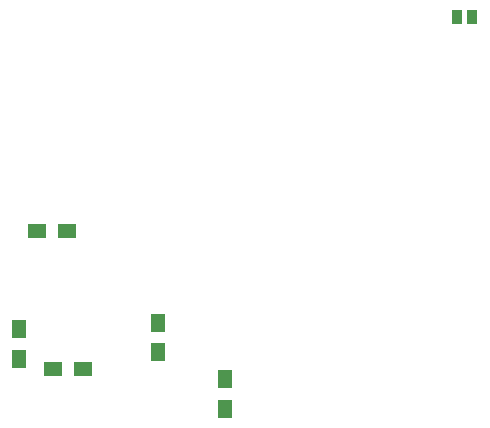
<source format=gbp>
G04 #@! TF.FileFunction,Paste,Bot*
%FSLAX46Y46*%
G04 Gerber Fmt 4.6, Leading zero omitted, Abs format (unit mm)*
G04 Created by KiCad (PCBNEW 4.0.7-e2-6376~61~ubuntu18.04.1) date Sun Dec  9 20:36:19 2018*
%MOMM*%
%LPD*%
G01*
G04 APERTURE LIST*
%ADD10C,0.100000*%
%ADD11R,1.500000X1.250000*%
%ADD12R,1.250000X1.500000*%
%ADD13R,0.970000X1.270000*%
G04 APERTURE END LIST*
D10*
D11*
X96235000Y-36735000D03*
X98735000Y-36735000D03*
D12*
X106485000Y-44485000D03*
X106485000Y-46985000D03*
X94685000Y-47535000D03*
X94685000Y-45035000D03*
D11*
X100085000Y-48435000D03*
X97585000Y-48435000D03*
D12*
X112085000Y-51785000D03*
X112085000Y-49285000D03*
D13*
X133075000Y-18635000D03*
X131795000Y-18635000D03*
M02*

</source>
